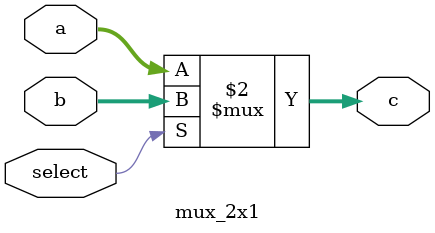
<source format=sv>
module mux_2x1 (input logic [7:0]a,
		 input logic [7:0]b,
		 input logic select,
		 output logic [7:0]c);
		 
	 assign c = select == 1'b0 ? a : b;
		
endmodule	
		 
		 
		 


</source>
